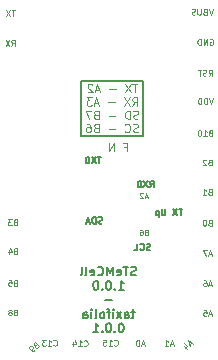
<source format=gbr>
%TF.GenerationSoftware,KiCad,Pcbnew,(6.0.1)*%
%TF.CreationDate,2022-06-22T22:46:58-04:00*%
%TF.ProjectId,stemcell,7374656d-6365-46c6-9c2e-6b696361645f,1.0.0*%
%TF.SameCoordinates,Original*%
%TF.FileFunction,Legend,Bot*%
%TF.FilePolarity,Positive*%
%FSLAX46Y46*%
G04 Gerber Fmt 4.6, Leading zero omitted, Abs format (unit mm)*
G04 Created by KiCad (PCBNEW (6.0.1)) date 2022-06-22 22:46:58*
%MOMM*%
%LPD*%
G01*
G04 APERTURE LIST*
%ADD10C,0.150000*%
%ADD11C,0.050000*%
%ADD12C,0.111500*%
%ADD13C,0.080000*%
%ADD14C,0.136500*%
G04 APERTURE END LIST*
D10*
X97675100Y-61001400D02*
X102882100Y-61001400D01*
X102882100Y-61001400D02*
X102882100Y-56302400D01*
X102882100Y-56302400D02*
X97675100Y-56302400D01*
X97675100Y-56302400D02*
X97675100Y-61001400D01*
X102305409Y-72739032D02*
X102198838Y-72774556D01*
X102021219Y-72774556D01*
X101950171Y-72739032D01*
X101914647Y-72703508D01*
X101879123Y-72632460D01*
X101879123Y-72561413D01*
X101914647Y-72490365D01*
X101950171Y-72454841D01*
X102021219Y-72419318D01*
X102163314Y-72383794D01*
X102234361Y-72348270D01*
X102269885Y-72312746D01*
X102305409Y-72241699D01*
X102305409Y-72170651D01*
X102269885Y-72099603D01*
X102234361Y-72064080D01*
X102163314Y-72028556D01*
X101985695Y-72028556D01*
X101879123Y-72064080D01*
X101665980Y-72028556D02*
X101239695Y-72028556D01*
X101452838Y-72774556D02*
X101452838Y-72028556D01*
X100706838Y-72739032D02*
X100777885Y-72774556D01*
X100919980Y-72774556D01*
X100991028Y-72739032D01*
X101026552Y-72667984D01*
X101026552Y-72383794D01*
X100991028Y-72312746D01*
X100919980Y-72277222D01*
X100777885Y-72277222D01*
X100706838Y-72312746D01*
X100671314Y-72383794D01*
X100671314Y-72454841D01*
X101026552Y-72525889D01*
X100351600Y-72774556D02*
X100351600Y-72028556D01*
X100102933Y-72561413D01*
X99854266Y-72028556D01*
X99854266Y-72774556D01*
X99072742Y-72703508D02*
X99108266Y-72739032D01*
X99214838Y-72774556D01*
X99285885Y-72774556D01*
X99392457Y-72739032D01*
X99463504Y-72667984D01*
X99499028Y-72596937D01*
X99534552Y-72454841D01*
X99534552Y-72348270D01*
X99499028Y-72206175D01*
X99463504Y-72135127D01*
X99392457Y-72064080D01*
X99285885Y-72028556D01*
X99214838Y-72028556D01*
X99108266Y-72064080D01*
X99072742Y-72099603D01*
X98468838Y-72739032D02*
X98539885Y-72774556D01*
X98681980Y-72774556D01*
X98753028Y-72739032D01*
X98788552Y-72667984D01*
X98788552Y-72383794D01*
X98753028Y-72312746D01*
X98681980Y-72277222D01*
X98539885Y-72277222D01*
X98468838Y-72312746D01*
X98433314Y-72383794D01*
X98433314Y-72454841D01*
X98788552Y-72525889D01*
X98007028Y-72774556D02*
X98078076Y-72739032D01*
X98113600Y-72667984D01*
X98113600Y-72028556D01*
X97616266Y-72774556D02*
X97687314Y-72739032D01*
X97722838Y-72667984D01*
X97722838Y-72028556D01*
X100831171Y-73975616D02*
X101257457Y-73975616D01*
X101044314Y-73975616D02*
X101044314Y-73229616D01*
X101115361Y-73336187D01*
X101186409Y-73407235D01*
X101257457Y-73442759D01*
X100511457Y-73904568D02*
X100475933Y-73940092D01*
X100511457Y-73975616D01*
X100546980Y-73940092D01*
X100511457Y-73904568D01*
X100511457Y-73975616D01*
X100014123Y-73229616D02*
X99943076Y-73229616D01*
X99872028Y-73265140D01*
X99836504Y-73300663D01*
X99800980Y-73371711D01*
X99765457Y-73513806D01*
X99765457Y-73691425D01*
X99800980Y-73833520D01*
X99836504Y-73904568D01*
X99872028Y-73940092D01*
X99943076Y-73975616D01*
X100014123Y-73975616D01*
X100085171Y-73940092D01*
X100120695Y-73904568D01*
X100156219Y-73833520D01*
X100191742Y-73691425D01*
X100191742Y-73513806D01*
X100156219Y-73371711D01*
X100120695Y-73300663D01*
X100085171Y-73265140D01*
X100014123Y-73229616D01*
X99445742Y-73904568D02*
X99410219Y-73940092D01*
X99445742Y-73975616D01*
X99481266Y-73940092D01*
X99445742Y-73904568D01*
X99445742Y-73975616D01*
X98948409Y-73229616D02*
X98877361Y-73229616D01*
X98806314Y-73265140D01*
X98770790Y-73300663D01*
X98735266Y-73371711D01*
X98699742Y-73513806D01*
X98699742Y-73691425D01*
X98735266Y-73833520D01*
X98770790Y-73904568D01*
X98806314Y-73940092D01*
X98877361Y-73975616D01*
X98948409Y-73975616D01*
X99019457Y-73940092D01*
X99054980Y-73904568D01*
X99090504Y-73833520D01*
X99126028Y-73691425D01*
X99126028Y-73513806D01*
X99090504Y-73371711D01*
X99054980Y-73300663D01*
X99019457Y-73265140D01*
X98948409Y-73229616D01*
X100262790Y-74892485D02*
X99694409Y-74892485D01*
X102198838Y-75880402D02*
X101914647Y-75880402D01*
X102092266Y-75631736D02*
X102092266Y-76271164D01*
X102056742Y-76342212D01*
X101985695Y-76377736D01*
X101914647Y-76377736D01*
X101346266Y-76377736D02*
X101346266Y-75986974D01*
X101381790Y-75915926D01*
X101452838Y-75880402D01*
X101594933Y-75880402D01*
X101665980Y-75915926D01*
X101346266Y-76342212D02*
X101417314Y-76377736D01*
X101594933Y-76377736D01*
X101665980Y-76342212D01*
X101701504Y-76271164D01*
X101701504Y-76200117D01*
X101665980Y-76129069D01*
X101594933Y-76093545D01*
X101417314Y-76093545D01*
X101346266Y-76058021D01*
X101062076Y-76377736D02*
X100671314Y-75880402D01*
X101062076Y-75880402D02*
X100671314Y-76377736D01*
X100387123Y-76377736D02*
X100387123Y-75880402D01*
X100387123Y-75631736D02*
X100422647Y-75667260D01*
X100387123Y-75702783D01*
X100351600Y-75667260D01*
X100387123Y-75631736D01*
X100387123Y-75702783D01*
X100138457Y-75880402D02*
X99854266Y-75880402D01*
X100031885Y-76377736D02*
X100031885Y-75738307D01*
X99996361Y-75667260D01*
X99925314Y-75631736D01*
X99854266Y-75631736D01*
X99499028Y-76377736D02*
X99570076Y-76342212D01*
X99605600Y-76306688D01*
X99641123Y-76235640D01*
X99641123Y-76022498D01*
X99605600Y-75951450D01*
X99570076Y-75915926D01*
X99499028Y-75880402D01*
X99392457Y-75880402D01*
X99321409Y-75915926D01*
X99285885Y-75951450D01*
X99250361Y-76022498D01*
X99250361Y-76235640D01*
X99285885Y-76306688D01*
X99321409Y-76342212D01*
X99392457Y-76377736D01*
X99499028Y-76377736D01*
X98824076Y-76377736D02*
X98895123Y-76342212D01*
X98930647Y-76271164D01*
X98930647Y-75631736D01*
X98539885Y-76377736D02*
X98539885Y-75880402D01*
X98539885Y-75631736D02*
X98575409Y-75667260D01*
X98539885Y-75702783D01*
X98504361Y-75667260D01*
X98539885Y-75631736D01*
X98539885Y-75702783D01*
X97864933Y-76377736D02*
X97864933Y-75986974D01*
X97900457Y-75915926D01*
X97971504Y-75880402D01*
X98113600Y-75880402D01*
X98184647Y-75915926D01*
X97864933Y-76342212D02*
X97935980Y-76377736D01*
X98113600Y-76377736D01*
X98184647Y-76342212D01*
X98220171Y-76271164D01*
X98220171Y-76200117D01*
X98184647Y-76129069D01*
X98113600Y-76093545D01*
X97935980Y-76093545D01*
X97864933Y-76058021D01*
X101079838Y-76832796D02*
X101008790Y-76832796D01*
X100937742Y-76868320D01*
X100902219Y-76903843D01*
X100866695Y-76974891D01*
X100831171Y-77116986D01*
X100831171Y-77294605D01*
X100866695Y-77436700D01*
X100902219Y-77507748D01*
X100937742Y-77543272D01*
X101008790Y-77578796D01*
X101079838Y-77578796D01*
X101150885Y-77543272D01*
X101186409Y-77507748D01*
X101221933Y-77436700D01*
X101257457Y-77294605D01*
X101257457Y-77116986D01*
X101221933Y-76974891D01*
X101186409Y-76903843D01*
X101150885Y-76868320D01*
X101079838Y-76832796D01*
X100511457Y-77507748D02*
X100475933Y-77543272D01*
X100511457Y-77578796D01*
X100546980Y-77543272D01*
X100511457Y-77507748D01*
X100511457Y-77578796D01*
X100014123Y-76832796D02*
X99943076Y-76832796D01*
X99872028Y-76868320D01*
X99836504Y-76903843D01*
X99800980Y-76974891D01*
X99765457Y-77116986D01*
X99765457Y-77294605D01*
X99800980Y-77436700D01*
X99836504Y-77507748D01*
X99872028Y-77543272D01*
X99943076Y-77578796D01*
X100014123Y-77578796D01*
X100085171Y-77543272D01*
X100120695Y-77507748D01*
X100156219Y-77436700D01*
X100191742Y-77294605D01*
X100191742Y-77116986D01*
X100156219Y-76974891D01*
X100120695Y-76903843D01*
X100085171Y-76868320D01*
X100014123Y-76832796D01*
X99445742Y-77507748D02*
X99410219Y-77543272D01*
X99445742Y-77578796D01*
X99481266Y-77543272D01*
X99445742Y-77507748D01*
X99445742Y-77578796D01*
X98699742Y-77578796D02*
X99126028Y-77578796D01*
X98912885Y-77578796D02*
X98912885Y-76832796D01*
X98983933Y-76939367D01*
X99054980Y-77010415D01*
X99126028Y-77045939D01*
D11*
X108558600Y-65703485D02*
X108487172Y-65727295D01*
X108463362Y-65751104D01*
X108439553Y-65798723D01*
X108439553Y-65870152D01*
X108463362Y-65917771D01*
X108487172Y-65941580D01*
X108534791Y-65965390D01*
X108725267Y-65965390D01*
X108725267Y-65465390D01*
X108558600Y-65465390D01*
X108510981Y-65489200D01*
X108487172Y-65513009D01*
X108463362Y-65560628D01*
X108463362Y-65608247D01*
X108487172Y-65655866D01*
X108510981Y-65679676D01*
X108558600Y-65703485D01*
X108725267Y-65703485D01*
X107963362Y-65965390D02*
X108249077Y-65965390D01*
X108106220Y-65965390D02*
X108106220Y-65465390D01*
X108153839Y-65536819D01*
X108201458Y-65584438D01*
X108249077Y-65608247D01*
X108452409Y-55865390D02*
X108619076Y-55627295D01*
X108738123Y-55865390D02*
X108738123Y-55365390D01*
X108547647Y-55365390D01*
X108500028Y-55389200D01*
X108476219Y-55413009D01*
X108452409Y-55460628D01*
X108452409Y-55532057D01*
X108476219Y-55579676D01*
X108500028Y-55603485D01*
X108547647Y-55627295D01*
X108738123Y-55627295D01*
X108261933Y-55841580D02*
X108190504Y-55865390D01*
X108071457Y-55865390D01*
X108023838Y-55841580D01*
X108000028Y-55817771D01*
X107976219Y-55770152D01*
X107976219Y-55722533D01*
X108000028Y-55674914D01*
X108023838Y-55651104D01*
X108071457Y-55627295D01*
X108166695Y-55603485D01*
X108214314Y-55579676D01*
X108238123Y-55555866D01*
X108261933Y-55508247D01*
X108261933Y-55460628D01*
X108238123Y-55413009D01*
X108214314Y-55389200D01*
X108166695Y-55365390D01*
X108047647Y-55365390D01*
X107976219Y-55389200D01*
X107833361Y-55365390D02*
X107547647Y-55365390D01*
X107690504Y-55865390D02*
X107690504Y-55365390D01*
X92090980Y-70703485D02*
X92019552Y-70727295D01*
X91995742Y-70751104D01*
X91971933Y-70798723D01*
X91971933Y-70870152D01*
X91995742Y-70917771D01*
X92019552Y-70941580D01*
X92067171Y-70965390D01*
X92257647Y-70965390D01*
X92257647Y-70465390D01*
X92090980Y-70465390D01*
X92043361Y-70489200D01*
X92019552Y-70513009D01*
X91995742Y-70560628D01*
X91995742Y-70608247D01*
X92019552Y-70655866D01*
X92043361Y-70679676D01*
X92090980Y-70703485D01*
X92257647Y-70703485D01*
X91543361Y-70632057D02*
X91543361Y-70965390D01*
X91662409Y-70441580D02*
X91781457Y-70798723D01*
X91471933Y-70798723D01*
D12*
X103159123Y-69107342D02*
X103095409Y-69128580D01*
X103074171Y-69149819D01*
X103052933Y-69192295D01*
X103052933Y-69256009D01*
X103074171Y-69298485D01*
X103095409Y-69319723D01*
X103137885Y-69340961D01*
X103307790Y-69340961D01*
X103307790Y-68894961D01*
X103159123Y-68894961D01*
X103116647Y-68916200D01*
X103095409Y-68937438D01*
X103074171Y-68979914D01*
X103074171Y-69022390D01*
X103095409Y-69064866D01*
X103116647Y-69086104D01*
X103159123Y-69107342D01*
X103307790Y-69107342D01*
X102670647Y-68894961D02*
X102755600Y-68894961D01*
X102798076Y-68916200D01*
X102819314Y-68937438D01*
X102861790Y-69001152D01*
X102883028Y-69086104D01*
X102883028Y-69256009D01*
X102861790Y-69298485D01*
X102840552Y-69319723D01*
X102798076Y-69340961D01*
X102713123Y-69340961D01*
X102670647Y-69319723D01*
X102649409Y-69298485D01*
X102628171Y-69256009D01*
X102628171Y-69149819D01*
X102649409Y-69107342D01*
X102670647Y-69086104D01*
X102713123Y-69064866D01*
X102798076Y-69064866D01*
X102840552Y-69086104D01*
X102861790Y-69107342D01*
X102883028Y-69149819D01*
D11*
X95318463Y-78681794D02*
X95342273Y-78705603D01*
X95413701Y-78729413D01*
X95461320Y-78729413D01*
X95532749Y-78705603D01*
X95580368Y-78657984D01*
X95604177Y-78610365D01*
X95627987Y-78515127D01*
X95627987Y-78443699D01*
X95604177Y-78348461D01*
X95580368Y-78300842D01*
X95532749Y-78253223D01*
X95461320Y-78229413D01*
X95413701Y-78229413D01*
X95342273Y-78253223D01*
X95318463Y-78277032D01*
X94842273Y-78729413D02*
X95127987Y-78729413D01*
X94985130Y-78729413D02*
X94985130Y-78229413D01*
X95032749Y-78300842D01*
X95080368Y-78348461D01*
X95127987Y-78372270D01*
X94675606Y-78229413D02*
X94366082Y-78229413D01*
X94532749Y-78419889D01*
X94461320Y-78419889D01*
X94413701Y-78443699D01*
X94389892Y-78467508D01*
X94366082Y-78515127D01*
X94366082Y-78634175D01*
X94389892Y-78681794D01*
X94413701Y-78705603D01*
X94461320Y-78729413D01*
X94604177Y-78729413D01*
X94651796Y-78705603D01*
X94675606Y-78681794D01*
X92080980Y-68263485D02*
X92009552Y-68287295D01*
X91985742Y-68311104D01*
X91961933Y-68358723D01*
X91961933Y-68430152D01*
X91985742Y-68477771D01*
X92009552Y-68501580D01*
X92057171Y-68525390D01*
X92247647Y-68525390D01*
X92247647Y-68025390D01*
X92080980Y-68025390D01*
X92033361Y-68049200D01*
X92009552Y-68073009D01*
X91985742Y-68120628D01*
X91985742Y-68168247D01*
X92009552Y-68215866D01*
X92033361Y-68239676D01*
X92080980Y-68263485D01*
X92247647Y-68263485D01*
X91795266Y-68025390D02*
X91485742Y-68025390D01*
X91652409Y-68215866D01*
X91580980Y-68215866D01*
X91533361Y-68239676D01*
X91509552Y-68263485D01*
X91485742Y-68311104D01*
X91485742Y-68430152D01*
X91509552Y-68477771D01*
X91533361Y-68501580D01*
X91580980Y-68525390D01*
X91723838Y-68525390D01*
X91771457Y-68501580D01*
X91795266Y-68477771D01*
X92090980Y-75903485D02*
X92019552Y-75927295D01*
X91995742Y-75951104D01*
X91971933Y-75998723D01*
X91971933Y-76070152D01*
X91995742Y-76117771D01*
X92019552Y-76141580D01*
X92067171Y-76165390D01*
X92257647Y-76165390D01*
X92257647Y-75665390D01*
X92090980Y-75665390D01*
X92043361Y-75689200D01*
X92019552Y-75713009D01*
X91995742Y-75760628D01*
X91995742Y-75808247D01*
X92019552Y-75855866D01*
X92043361Y-75879676D01*
X92090980Y-75903485D01*
X92257647Y-75903485D01*
X91686219Y-75879676D02*
X91733838Y-75855866D01*
X91757647Y-75832057D01*
X91781457Y-75784438D01*
X91781457Y-75760628D01*
X91757647Y-75713009D01*
X91733838Y-75689200D01*
X91686219Y-75665390D01*
X91590980Y-75665390D01*
X91543361Y-75689200D01*
X91519552Y-75713009D01*
X91495742Y-75760628D01*
X91495742Y-75784438D01*
X91519552Y-75832057D01*
X91543361Y-75855866D01*
X91590980Y-75879676D01*
X91686219Y-75879676D01*
X91733838Y-75903485D01*
X91757647Y-75927295D01*
X91781457Y-75974914D01*
X91781457Y-76070152D01*
X91757647Y-76117771D01*
X91733838Y-76141580D01*
X91686219Y-76165390D01*
X91590980Y-76165390D01*
X91543361Y-76141580D01*
X91519552Y-76117771D01*
X91495742Y-76070152D01*
X91495742Y-75974914D01*
X91519552Y-75927295D01*
X91543361Y-75903485D01*
X91590980Y-75879676D01*
X108723362Y-76062533D02*
X108485267Y-76062533D01*
X108770981Y-76205390D02*
X108604315Y-75705390D01*
X108437648Y-76205390D01*
X108032886Y-75705390D02*
X108270981Y-75705390D01*
X108294791Y-75943485D01*
X108270981Y-75919676D01*
X108223362Y-75895866D01*
X108104315Y-75895866D01*
X108056696Y-75919676D01*
X108032886Y-75943485D01*
X108009077Y-75991104D01*
X108009077Y-76110152D01*
X108032886Y-76157771D01*
X108056696Y-76181580D01*
X108104315Y-76205390D01*
X108223362Y-76205390D01*
X108270981Y-76181580D01*
X108294791Y-76157771D01*
D13*
X102411933Y-56565366D02*
X102011933Y-56565366D01*
X102211933Y-57265366D02*
X102211933Y-56565366D01*
X101845266Y-56565366D02*
X101378600Y-57265366D01*
X101378600Y-56565366D02*
X101845266Y-57265366D01*
X100578600Y-56998700D02*
X100045266Y-56998700D01*
X99211933Y-57065366D02*
X98878600Y-57065366D01*
X99278600Y-57265366D02*
X99045266Y-56565366D01*
X98811933Y-57265366D01*
X98611933Y-56632033D02*
X98578600Y-56598700D01*
X98511933Y-56565366D01*
X98345266Y-56565366D01*
X98278600Y-56598700D01*
X98245266Y-56632033D01*
X98211933Y-56698700D01*
X98211933Y-56765366D01*
X98245266Y-56865366D01*
X98645266Y-57265366D01*
X98211933Y-57265366D01*
X101995266Y-58392366D02*
X102228600Y-58059033D01*
X102395266Y-58392366D02*
X102395266Y-57692366D01*
X102128600Y-57692366D01*
X102061933Y-57725700D01*
X102028600Y-57759033D01*
X101995266Y-57825700D01*
X101995266Y-57925700D01*
X102028600Y-57992366D01*
X102061933Y-58025700D01*
X102128600Y-58059033D01*
X102395266Y-58059033D01*
X101761933Y-57692366D02*
X101295266Y-58392366D01*
X101295266Y-57692366D02*
X101761933Y-58392366D01*
X100495266Y-58125700D02*
X99961933Y-58125700D01*
X99128600Y-58192366D02*
X98795266Y-58192366D01*
X99195266Y-58392366D02*
X98961933Y-57692366D01*
X98728600Y-58392366D01*
X98561933Y-57692366D02*
X98128600Y-57692366D01*
X98361933Y-57959033D01*
X98261933Y-57959033D01*
X98195266Y-57992366D01*
X98161933Y-58025700D01*
X98128600Y-58092366D01*
X98128600Y-58259033D01*
X98161933Y-58325700D01*
X98195266Y-58359033D01*
X98261933Y-58392366D01*
X98461933Y-58392366D01*
X98528600Y-58359033D01*
X98561933Y-58325700D01*
X102478600Y-59486033D02*
X102378600Y-59519366D01*
X102211933Y-59519366D01*
X102145266Y-59486033D01*
X102111933Y-59452700D01*
X102078600Y-59386033D01*
X102078600Y-59319366D01*
X102111933Y-59252700D01*
X102145266Y-59219366D01*
X102211933Y-59186033D01*
X102345266Y-59152700D01*
X102411933Y-59119366D01*
X102445266Y-59086033D01*
X102478600Y-59019366D01*
X102478600Y-58952700D01*
X102445266Y-58886033D01*
X102411933Y-58852700D01*
X102345266Y-58819366D01*
X102178600Y-58819366D01*
X102078600Y-58852700D01*
X101778600Y-59519366D02*
X101778600Y-58819366D01*
X101611933Y-58819366D01*
X101511933Y-58852700D01*
X101445266Y-58919366D01*
X101411933Y-58986033D01*
X101378600Y-59119366D01*
X101378600Y-59219366D01*
X101411933Y-59352700D01*
X101445266Y-59419366D01*
X101511933Y-59486033D01*
X101611933Y-59519366D01*
X101778600Y-59519366D01*
X100545266Y-59252700D02*
X100011933Y-59252700D01*
X98911933Y-59152700D02*
X98811933Y-59186033D01*
X98778600Y-59219366D01*
X98745266Y-59286033D01*
X98745266Y-59386033D01*
X98778600Y-59452700D01*
X98811933Y-59486033D01*
X98878600Y-59519366D01*
X99145266Y-59519366D01*
X99145266Y-58819366D01*
X98911933Y-58819366D01*
X98845266Y-58852700D01*
X98811933Y-58886033D01*
X98778600Y-58952700D01*
X98778600Y-59019366D01*
X98811933Y-59086033D01*
X98845266Y-59119366D01*
X98911933Y-59152700D01*
X99145266Y-59152700D01*
X98511933Y-58819366D02*
X98045266Y-58819366D01*
X98345266Y-59519366D01*
X102478600Y-60613033D02*
X102378600Y-60646366D01*
X102211933Y-60646366D01*
X102145266Y-60613033D01*
X102111933Y-60579700D01*
X102078600Y-60513033D01*
X102078600Y-60446366D01*
X102111933Y-60379700D01*
X102145266Y-60346366D01*
X102211933Y-60313033D01*
X102345266Y-60279700D01*
X102411933Y-60246366D01*
X102445266Y-60213033D01*
X102478600Y-60146366D01*
X102478600Y-60079700D01*
X102445266Y-60013033D01*
X102411933Y-59979700D01*
X102345266Y-59946366D01*
X102178600Y-59946366D01*
X102078600Y-59979700D01*
X101378600Y-60579700D02*
X101411933Y-60613033D01*
X101511933Y-60646366D01*
X101578600Y-60646366D01*
X101678600Y-60613033D01*
X101745266Y-60546366D01*
X101778600Y-60479700D01*
X101811933Y-60346366D01*
X101811933Y-60246366D01*
X101778600Y-60113033D01*
X101745266Y-60046366D01*
X101678600Y-59979700D01*
X101578600Y-59946366D01*
X101511933Y-59946366D01*
X101411933Y-59979700D01*
X101378600Y-60013033D01*
X100545266Y-60379700D02*
X100011933Y-60379700D01*
X98911933Y-60279700D02*
X98811933Y-60313033D01*
X98778600Y-60346366D01*
X98745266Y-60413033D01*
X98745266Y-60513033D01*
X98778600Y-60579700D01*
X98811933Y-60613033D01*
X98878600Y-60646366D01*
X99145266Y-60646366D01*
X99145266Y-59946366D01*
X98911933Y-59946366D01*
X98845266Y-59979700D01*
X98811933Y-60013033D01*
X98778600Y-60079700D01*
X98778600Y-60146366D01*
X98811933Y-60213033D01*
X98845266Y-60246366D01*
X98911933Y-60279700D01*
X99145266Y-60279700D01*
X98145266Y-59946366D02*
X98278600Y-59946366D01*
X98345266Y-59979700D01*
X98378600Y-60013033D01*
X98445266Y-60113033D01*
X98478600Y-60246366D01*
X98478600Y-60513033D01*
X98445266Y-60579700D01*
X98411933Y-60613033D01*
X98345266Y-60646366D01*
X98211933Y-60646366D01*
X98145266Y-60613033D01*
X98111933Y-60579700D01*
X98078600Y-60513033D01*
X98078600Y-60346366D01*
X98111933Y-60279700D01*
X98145266Y-60246366D01*
X98211933Y-60213033D01*
X98345266Y-60213033D01*
X98411933Y-60246366D01*
X98445266Y-60279700D01*
X98478600Y-60346366D01*
D11*
X108845266Y-57765390D02*
X108678600Y-58265390D01*
X108511933Y-57765390D01*
X108345266Y-58265390D02*
X108345266Y-57765390D01*
X108226219Y-57765390D01*
X108154790Y-57789200D01*
X108107171Y-57836819D01*
X108083361Y-57884438D01*
X108059552Y-57979676D01*
X108059552Y-58051104D01*
X108083361Y-58146342D01*
X108107171Y-58193961D01*
X108154790Y-58241580D01*
X108226219Y-58265390D01*
X108345266Y-58265390D01*
X107845266Y-58265390D02*
X107845266Y-57765390D01*
X107726219Y-57765390D01*
X107654790Y-57789200D01*
X107607171Y-57836819D01*
X107583361Y-57884438D01*
X107559552Y-57979676D01*
X107559552Y-58051104D01*
X107583361Y-58146342D01*
X107607171Y-58193961D01*
X107654790Y-58241580D01*
X107726219Y-58265390D01*
X107845266Y-58265390D01*
X108723362Y-73562533D02*
X108485267Y-73562533D01*
X108770981Y-73705390D02*
X108604315Y-73205390D01*
X108437648Y-73705390D01*
X108056696Y-73205390D02*
X108151934Y-73205390D01*
X108199553Y-73229200D01*
X108223362Y-73253009D01*
X108270981Y-73324438D01*
X108294791Y-73419676D01*
X108294791Y-73610152D01*
X108270981Y-73657771D01*
X108247172Y-73681580D01*
X108199553Y-73705390D01*
X108104315Y-73705390D01*
X108056696Y-73681580D01*
X108032886Y-73657771D01*
X108009077Y-73610152D01*
X108009077Y-73491104D01*
X108032886Y-73443485D01*
X108056696Y-73419676D01*
X108104315Y-73395866D01*
X108199553Y-73395866D01*
X108247172Y-73419676D01*
X108270981Y-73443485D01*
X108294791Y-73491104D01*
X100461243Y-78665672D02*
X100485053Y-78689481D01*
X100556481Y-78713291D01*
X100604100Y-78713291D01*
X100675529Y-78689481D01*
X100723148Y-78641862D01*
X100746957Y-78594243D01*
X100770767Y-78499005D01*
X100770767Y-78427577D01*
X100746957Y-78332339D01*
X100723148Y-78284720D01*
X100675529Y-78237101D01*
X100604100Y-78213291D01*
X100556481Y-78213291D01*
X100485053Y-78237101D01*
X100461243Y-78260910D01*
X99985053Y-78713291D02*
X100270767Y-78713291D01*
X100127910Y-78713291D02*
X100127910Y-78213291D01*
X100175529Y-78284720D01*
X100223148Y-78332339D01*
X100270767Y-78356148D01*
X99532672Y-78213291D02*
X99770767Y-78213291D01*
X99794576Y-78451386D01*
X99770767Y-78427577D01*
X99723148Y-78403767D01*
X99604100Y-78403767D01*
X99556481Y-78427577D01*
X99532672Y-78451386D01*
X99508862Y-78499005D01*
X99508862Y-78618053D01*
X99532672Y-78665672D01*
X99556481Y-78689481D01*
X99604100Y-78713291D01*
X99723148Y-78713291D01*
X99770767Y-78689481D01*
X99794576Y-78665672D01*
X93810676Y-78681753D02*
X93771263Y-78745905D01*
X93768328Y-78779449D01*
X93780698Y-78831232D01*
X93826611Y-78885949D01*
X93875459Y-78907123D01*
X93909003Y-78910058D01*
X93960786Y-78897688D01*
X94106699Y-78775252D01*
X93785305Y-78392230D01*
X93657631Y-78499361D01*
X93636457Y-78548209D01*
X93633522Y-78581753D01*
X93645892Y-78633536D01*
X93676501Y-78670014D01*
X93725349Y-78691188D01*
X93758893Y-78694123D01*
X93810676Y-78681753D01*
X93938350Y-78574622D01*
X93705437Y-79111950D02*
X93632481Y-79173168D01*
X93580698Y-79185538D01*
X93547154Y-79182603D01*
X93464763Y-79158495D01*
X93385306Y-79100843D01*
X93262870Y-78954930D01*
X93250500Y-78903147D01*
X93253435Y-78869603D01*
X93274609Y-78820755D01*
X93347565Y-78759537D01*
X93399348Y-78747167D01*
X93432892Y-78750102D01*
X93481740Y-78771276D01*
X93558262Y-78862472D01*
X93570632Y-78914254D01*
X93567697Y-78947798D01*
X93546523Y-78996646D01*
X93473567Y-79057864D01*
X93421784Y-79070234D01*
X93388240Y-79067299D01*
X93339392Y-79046125D01*
X97900028Y-78717771D02*
X97923838Y-78741580D01*
X97995266Y-78765390D01*
X98042885Y-78765390D01*
X98114314Y-78741580D01*
X98161933Y-78693961D01*
X98185742Y-78646342D01*
X98209552Y-78551104D01*
X98209552Y-78479676D01*
X98185742Y-78384438D01*
X98161933Y-78336819D01*
X98114314Y-78289200D01*
X98042885Y-78265390D01*
X97995266Y-78265390D01*
X97923838Y-78289200D01*
X97900028Y-78313009D01*
X97423838Y-78765390D02*
X97709552Y-78765390D01*
X97566695Y-78765390D02*
X97566695Y-78265390D01*
X97614314Y-78336819D01*
X97661933Y-78384438D01*
X97709552Y-78408247D01*
X96995266Y-78432057D02*
X96995266Y-78765390D01*
X97114314Y-78241580D02*
X97233361Y-78598723D01*
X96923838Y-78598723D01*
X92059552Y-50325390D02*
X91773838Y-50325390D01*
X91916695Y-50825390D02*
X91916695Y-50325390D01*
X91654790Y-50325390D02*
X91321457Y-50825390D01*
X91321457Y-50325390D02*
X91654790Y-50825390D01*
X92090980Y-73403485D02*
X92019552Y-73427295D01*
X91995742Y-73451104D01*
X91971933Y-73498723D01*
X91971933Y-73570152D01*
X91995742Y-73617771D01*
X92019552Y-73641580D01*
X92067171Y-73665390D01*
X92257647Y-73665390D01*
X92257647Y-73165390D01*
X92090980Y-73165390D01*
X92043361Y-73189200D01*
X92019552Y-73213009D01*
X91995742Y-73260628D01*
X91995742Y-73308247D01*
X92019552Y-73355866D01*
X92043361Y-73379676D01*
X92090980Y-73403485D01*
X92257647Y-73403485D01*
X91519552Y-73165390D02*
X91757647Y-73165390D01*
X91781457Y-73403485D01*
X91757647Y-73379676D01*
X91710028Y-73355866D01*
X91590980Y-73355866D01*
X91543361Y-73379676D01*
X91519552Y-73403485D01*
X91495742Y-73451104D01*
X91495742Y-73570152D01*
X91519552Y-73617771D01*
X91543361Y-73641580D01*
X91590980Y-73665390D01*
X91710028Y-73665390D01*
X91757647Y-73641580D01*
X91781457Y-73617771D01*
X108795266Y-50205390D02*
X108628600Y-50705390D01*
X108461933Y-50205390D01*
X108128600Y-50443485D02*
X108057171Y-50467295D01*
X108033361Y-50491104D01*
X108009552Y-50538723D01*
X108009552Y-50610152D01*
X108033361Y-50657771D01*
X108057171Y-50681580D01*
X108104790Y-50705390D01*
X108295266Y-50705390D01*
X108295266Y-50205390D01*
X108128600Y-50205390D01*
X108080980Y-50229200D01*
X108057171Y-50253009D01*
X108033361Y-50300628D01*
X108033361Y-50348247D01*
X108057171Y-50395866D01*
X108080980Y-50419676D01*
X108128600Y-50443485D01*
X108295266Y-50443485D01*
X107795266Y-50205390D02*
X107795266Y-50610152D01*
X107771457Y-50657771D01*
X107747647Y-50681580D01*
X107700028Y-50705390D01*
X107604790Y-50705390D01*
X107557171Y-50681580D01*
X107533361Y-50657771D01*
X107509552Y-50610152D01*
X107509552Y-50205390D01*
X107295266Y-50681580D02*
X107223838Y-50705390D01*
X107104790Y-50705390D01*
X107057171Y-50681580D01*
X107033361Y-50657771D01*
X107009552Y-50610152D01*
X107009552Y-50562533D01*
X107033361Y-50514914D01*
X107057171Y-50491104D01*
X107104790Y-50467295D01*
X107200028Y-50443485D01*
X107247647Y-50419676D01*
X107271457Y-50395866D01*
X107295266Y-50348247D01*
X107295266Y-50300628D01*
X107271457Y-50253009D01*
X107247647Y-50229200D01*
X107200028Y-50205390D01*
X107080980Y-50205390D01*
X107009552Y-50229200D01*
D12*
X103297171Y-66113533D02*
X103084790Y-66113533D01*
X103339647Y-66240961D02*
X103190980Y-65794961D01*
X103042314Y-66240961D01*
X102914885Y-65837438D02*
X102893647Y-65816200D01*
X102851171Y-65794961D01*
X102744980Y-65794961D01*
X102702504Y-65816200D01*
X102681266Y-65837438D01*
X102660028Y-65879914D01*
X102660028Y-65922390D01*
X102681266Y-65986104D01*
X102936123Y-66240961D01*
X102660028Y-66240961D01*
D13*
X101311933Y-61889200D02*
X101545266Y-61889200D01*
X101545266Y-62255866D02*
X101545266Y-61555866D01*
X101211933Y-61555866D01*
X100411933Y-62255866D02*
X100411933Y-61555866D01*
X100011933Y-62255866D01*
X100011933Y-61555866D01*
D11*
X108558600Y-63203485D02*
X108487172Y-63227295D01*
X108463362Y-63251104D01*
X108439553Y-63298723D01*
X108439553Y-63370152D01*
X108463362Y-63417771D01*
X108487172Y-63441580D01*
X108534791Y-63465390D01*
X108725267Y-63465390D01*
X108725267Y-62965390D01*
X108558600Y-62965390D01*
X108510981Y-62989200D01*
X108487172Y-63013009D01*
X108463362Y-63060628D01*
X108463362Y-63108247D01*
X108487172Y-63155866D01*
X108510981Y-63179676D01*
X108558600Y-63203485D01*
X108725267Y-63203485D01*
X108249077Y-63013009D02*
X108225267Y-62989200D01*
X108177648Y-62965390D01*
X108058600Y-62965390D01*
X108010981Y-62989200D01*
X107987172Y-63013009D01*
X107963362Y-63060628D01*
X107963362Y-63108247D01*
X107987172Y-63179676D01*
X108272886Y-63465390D01*
X107963362Y-63465390D01*
X91761933Y-53325390D02*
X91928600Y-53087295D01*
X92047647Y-53325390D02*
X92047647Y-52825390D01*
X91857171Y-52825390D01*
X91809552Y-52849200D01*
X91785742Y-52873009D01*
X91761933Y-52920628D01*
X91761933Y-52992057D01*
X91785742Y-53039676D01*
X91809552Y-53063485D01*
X91857171Y-53087295D01*
X92047647Y-53087295D01*
X91595266Y-52825390D02*
X91261933Y-53325390D01*
X91261933Y-52825390D02*
X91595266Y-53325390D01*
X107005752Y-78473470D02*
X106823361Y-78626514D01*
X107134058Y-78552296D02*
X106684990Y-78276405D01*
X106878709Y-78766558D01*
X106372620Y-78756081D02*
X106586883Y-79011430D01*
X106341380Y-78533646D02*
X106662143Y-78730711D01*
X106425034Y-78929669D01*
X108723362Y-70962533D02*
X108485267Y-70962533D01*
X108770981Y-71105390D02*
X108604315Y-70605390D01*
X108437648Y-71105390D01*
X108318600Y-70605390D02*
X107985267Y-70605390D01*
X108199553Y-71105390D01*
X108559552Y-52789200D02*
X108607171Y-52765390D01*
X108678600Y-52765390D01*
X108750028Y-52789200D01*
X108797647Y-52836819D01*
X108821457Y-52884438D01*
X108845266Y-52979676D01*
X108845266Y-53051104D01*
X108821457Y-53146342D01*
X108797647Y-53193961D01*
X108750028Y-53241580D01*
X108678600Y-53265390D01*
X108630980Y-53265390D01*
X108559552Y-53241580D01*
X108535742Y-53217771D01*
X108535742Y-53051104D01*
X108630980Y-53051104D01*
X108321457Y-53265390D02*
X108321457Y-52765390D01*
X108035742Y-53265390D01*
X108035742Y-52765390D01*
X107797647Y-53265390D02*
X107797647Y-52765390D01*
X107678600Y-52765390D01*
X107607171Y-52789200D01*
X107559552Y-52836819D01*
X107535742Y-52884438D01*
X107511933Y-52979676D01*
X107511933Y-53051104D01*
X107535742Y-53146342D01*
X107559552Y-53193961D01*
X107607171Y-53241580D01*
X107678600Y-53265390D01*
X107797647Y-53265390D01*
X103028043Y-78618799D02*
X102789948Y-78618799D01*
X103075662Y-78761656D02*
X102908996Y-78261656D01*
X102742329Y-78761656D01*
X102480424Y-78261656D02*
X102432805Y-78261656D01*
X102385186Y-78285466D01*
X102361377Y-78309275D01*
X102337567Y-78356894D01*
X102313758Y-78452132D01*
X102313758Y-78571180D01*
X102337567Y-78666418D01*
X102361377Y-78714037D01*
X102385186Y-78737846D01*
X102432805Y-78761656D01*
X102480424Y-78761656D01*
X102528043Y-78737846D01*
X102551853Y-78714037D01*
X102575662Y-78666418D01*
X102599472Y-78571180D01*
X102599472Y-78452132D01*
X102575662Y-78356894D01*
X102551853Y-78309275D01*
X102528043Y-78285466D01*
X102480424Y-78261656D01*
X105462400Y-78602678D02*
X105224305Y-78602678D01*
X105510019Y-78745535D02*
X105343353Y-78245535D01*
X105176686Y-78745535D01*
X104748115Y-78745535D02*
X105033829Y-78745535D01*
X104890972Y-78745535D02*
X104890972Y-78245535D01*
X104938591Y-78316964D01*
X104986210Y-78364583D01*
X105033829Y-78388392D01*
X108558600Y-68303485D02*
X108487172Y-68327295D01*
X108463362Y-68351104D01*
X108439553Y-68398723D01*
X108439553Y-68470152D01*
X108463362Y-68517771D01*
X108487172Y-68541580D01*
X108534791Y-68565390D01*
X108725267Y-68565390D01*
X108725267Y-68065390D01*
X108558600Y-68065390D01*
X108510981Y-68089200D01*
X108487172Y-68113009D01*
X108463362Y-68160628D01*
X108463362Y-68208247D01*
X108487172Y-68255866D01*
X108510981Y-68279676D01*
X108558600Y-68303485D01*
X108725267Y-68303485D01*
X108130029Y-68065390D02*
X108082410Y-68065390D01*
X108034791Y-68089200D01*
X108010981Y-68113009D01*
X107987172Y-68160628D01*
X107963362Y-68255866D01*
X107963362Y-68374914D01*
X107987172Y-68470152D01*
X108010981Y-68517771D01*
X108034791Y-68541580D01*
X108082410Y-68565390D01*
X108130029Y-68565390D01*
X108177648Y-68541580D01*
X108201458Y-68517771D01*
X108225267Y-68470152D01*
X108249077Y-68374914D01*
X108249077Y-68255866D01*
X108225267Y-68160628D01*
X108201458Y-68113009D01*
X108177648Y-68089200D01*
X108130029Y-68065390D01*
X108619076Y-60703485D02*
X108547647Y-60727295D01*
X108523838Y-60751104D01*
X108500028Y-60798723D01*
X108500028Y-60870152D01*
X108523838Y-60917771D01*
X108547647Y-60941580D01*
X108595266Y-60965390D01*
X108785742Y-60965390D01*
X108785742Y-60465390D01*
X108619076Y-60465390D01*
X108571457Y-60489200D01*
X108547647Y-60513009D01*
X108523838Y-60560628D01*
X108523838Y-60608247D01*
X108547647Y-60655866D01*
X108571457Y-60679676D01*
X108619076Y-60703485D01*
X108785742Y-60703485D01*
X108023838Y-60965390D02*
X108309552Y-60965390D01*
X108166695Y-60965390D02*
X108166695Y-60465390D01*
X108214314Y-60536819D01*
X108261933Y-60584438D01*
X108309552Y-60608247D01*
X107714314Y-60465390D02*
X107666695Y-60465390D01*
X107619076Y-60489200D01*
X107595266Y-60513009D01*
X107571457Y-60560628D01*
X107547647Y-60655866D01*
X107547647Y-60774914D01*
X107571457Y-60870152D01*
X107595266Y-60917771D01*
X107619076Y-60941580D01*
X107666695Y-60965390D01*
X107714314Y-60965390D01*
X107761933Y-60941580D01*
X107785742Y-60917771D01*
X107809552Y-60870152D01*
X107833361Y-60774914D01*
X107833361Y-60655866D01*
X107809552Y-60560628D01*
X107785742Y-60513009D01*
X107761933Y-60489200D01*
X107714314Y-60465390D01*
D14*
%TO.C,JP5*%
X106235600Y-67140200D02*
X105923600Y-67140200D01*
X106079600Y-67686200D02*
X106079600Y-67140200D01*
X105793600Y-67140200D02*
X105429600Y-67686200D01*
X105429600Y-67140200D02*
X105793600Y-67686200D01*
X104805600Y-67140200D02*
X104805600Y-67582200D01*
X104779600Y-67634200D01*
X104753600Y-67660200D01*
X104701600Y-67686200D01*
X104597600Y-67686200D01*
X104545600Y-67660200D01*
X104519600Y-67634200D01*
X104493600Y-67582200D01*
X104493600Y-67140200D01*
X104233600Y-67322200D02*
X104233600Y-67868200D01*
X104233600Y-67348200D02*
X104181600Y-67322200D01*
X104077600Y-67322200D01*
X104025600Y-67348200D01*
X103999600Y-67374200D01*
X103973600Y-67426200D01*
X103973600Y-67582200D01*
X103999600Y-67634200D01*
X104025600Y-67660200D01*
X104077600Y-67686200D01*
X104181600Y-67686200D01*
X104233600Y-67660200D01*
%TO.C,JP3*%
X99441600Y-68360200D02*
X99363600Y-68386200D01*
X99233600Y-68386200D01*
X99181600Y-68360200D01*
X99155600Y-68334200D01*
X99129600Y-68282200D01*
X99129600Y-68230200D01*
X99155600Y-68178200D01*
X99181600Y-68152200D01*
X99233600Y-68126200D01*
X99337600Y-68100200D01*
X99389600Y-68074200D01*
X99415600Y-68048200D01*
X99441600Y-67996200D01*
X99441600Y-67944200D01*
X99415600Y-67892200D01*
X99389600Y-67866200D01*
X99337600Y-67840200D01*
X99207600Y-67840200D01*
X99129600Y-67866200D01*
X98895600Y-68386200D02*
X98895600Y-67840200D01*
X98765600Y-67840200D01*
X98687600Y-67866200D01*
X98635600Y-67918200D01*
X98609600Y-67970200D01*
X98583600Y-68074200D01*
X98583600Y-68152200D01*
X98609600Y-68256200D01*
X98635600Y-68308200D01*
X98687600Y-68360200D01*
X98765600Y-68386200D01*
X98895600Y-68386200D01*
X98375600Y-68230200D02*
X98115600Y-68230200D01*
X98427600Y-68386200D02*
X98245600Y-67840200D01*
X98063600Y-68386200D01*
%TO.C,JP1*%
X99354600Y-62740200D02*
X99042600Y-62740200D01*
X99198600Y-63286200D02*
X99198600Y-62740200D01*
X98912600Y-62740200D02*
X98548600Y-63286200D01*
X98548600Y-62740200D02*
X98912600Y-63286200D01*
X98236600Y-62740200D02*
X98184600Y-62740200D01*
X98132600Y-62766200D01*
X98106600Y-62792200D01*
X98080600Y-62844200D01*
X98054600Y-62948200D01*
X98054600Y-63078200D01*
X98080600Y-63182200D01*
X98106600Y-63234200D01*
X98132600Y-63260200D01*
X98184600Y-63286200D01*
X98236600Y-63286200D01*
X98288600Y-63260200D01*
X98314600Y-63234200D01*
X98340600Y-63182200D01*
X98366600Y-63078200D01*
X98366600Y-62948200D01*
X98340600Y-62844200D01*
X98314600Y-62792200D01*
X98288600Y-62766200D01*
X98236600Y-62740200D01*
%TO.C,JP2*%
X103488400Y-65322600D02*
X103670400Y-65062600D01*
X103800400Y-65322600D02*
X103800400Y-64776600D01*
X103592400Y-64776600D01*
X103540400Y-64802600D01*
X103514400Y-64828600D01*
X103488400Y-64880600D01*
X103488400Y-64958600D01*
X103514400Y-65010600D01*
X103540400Y-65036600D01*
X103592400Y-65062600D01*
X103800400Y-65062600D01*
X103306400Y-64776600D02*
X102942400Y-65322600D01*
X102942400Y-64776600D02*
X103306400Y-65322600D01*
X102630400Y-64776600D02*
X102578400Y-64776600D01*
X102526400Y-64802600D01*
X102500400Y-64828600D01*
X102474400Y-64880600D01*
X102448400Y-64984600D01*
X102448400Y-65114600D01*
X102474400Y-65218600D01*
X102500400Y-65270600D01*
X102526400Y-65296600D01*
X102578400Y-65322600D01*
X102630400Y-65322600D01*
X102682400Y-65296600D01*
X102708400Y-65270600D01*
X102734400Y-65218600D01*
X102760400Y-65114600D01*
X102760400Y-64984600D01*
X102734400Y-64880600D01*
X102708400Y-64828600D01*
X102682400Y-64802600D01*
X102630400Y-64776600D01*
%TO.C,JP4*%
X103528600Y-70595800D02*
X103450600Y-70621800D01*
X103320600Y-70621800D01*
X103268600Y-70595800D01*
X103242600Y-70569800D01*
X103216600Y-70517800D01*
X103216600Y-70465800D01*
X103242600Y-70413800D01*
X103268600Y-70387800D01*
X103320600Y-70361800D01*
X103424600Y-70335800D01*
X103476600Y-70309800D01*
X103502600Y-70283800D01*
X103528600Y-70231800D01*
X103528600Y-70179800D01*
X103502600Y-70127800D01*
X103476600Y-70101800D01*
X103424600Y-70075800D01*
X103294600Y-70075800D01*
X103216600Y-70101800D01*
X102670600Y-70569800D02*
X102696600Y-70595800D01*
X102774600Y-70621800D01*
X102826600Y-70621800D01*
X102904600Y-70595800D01*
X102956600Y-70543800D01*
X102982600Y-70491800D01*
X103008600Y-70387800D01*
X103008600Y-70309800D01*
X102982600Y-70205800D01*
X102956600Y-70153800D01*
X102904600Y-70101800D01*
X102826600Y-70075800D01*
X102774600Y-70075800D01*
X102696600Y-70101800D01*
X102670600Y-70127800D01*
X102176600Y-70621800D02*
X102436600Y-70621800D01*
X102436600Y-70075800D01*
%TD*%
M02*

</source>
